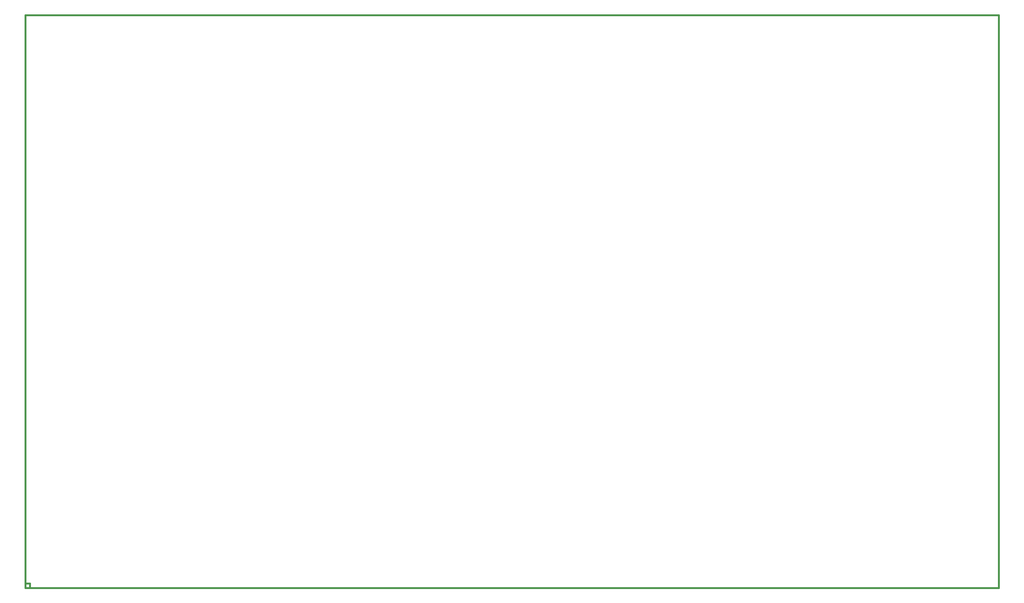
<source format=gko>
%FSLAX33Y33*%
%MOMM*%
%ADD10C,0.381*%
D10*
%LNpath-145*%
G01*
X0Y0D02*
X218200Y0D01*
X218200Y128500*
X0Y128500*
X0Y0*
X0Y0D02*
X1000Y0D01*
X1000Y1000*
X0Y1000*
X0Y0*
%LNmechanical details_traces*%
M02*

</source>
